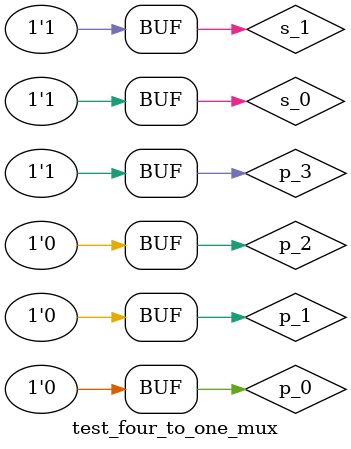
<source format=v>
`timescale 1ns / 1ps

module test_four_to_one_mux;

	reg p_0;
	reg p_1;
	reg p_2;
	reg p_3;
	
	reg s_0;
	reg s_1;
	
	wire OUT;
	
	four_to_one_mux uut(
		.p_0(p_0),
		.p_1(p_1),
		.p_2(p_2),
		.p_3(p_3),
		.s_0(s_0),
		.s_1(s_1),
		.OUT(OUT)
	);
	
	initial begin 
		//select port 0
		s_0 = 1'b0;
		s_1 = 1'b0;
		
		//to make it clear which port was being selected by the MUX, I made the
		//selected port different from the others. I will only have two test cases
		//for each selected port
		p_0 = 1'b0;
		p_1 = 1'b1;
		p_2 = 1'b1;
		p_3 = 1'b1;
		
		//global reset secondary case of select port 0
		#10
		p_0 = 1'b1;
		p_1 = 1'b0;
		p_2 = 1'b0;
		p_3 = 1'b0;
		
		//select port 1
		#10
		s_0 = 1'b0;
		s_1 = 1'b1;
		
		p_0 = 1'b1;
		p_1 = 1'b0;
		p_2 = 1'b1;
		p_3 = 1'b1;
		
		//global reset secondary case of select port 1
		#10		
		p_0 = 1'b0;
		p_1 = 1'b1;
		p_2 = 1'b0;
		p_3 = 1'b0;
		
		//select port 2
		#10
		s_0 = 1'b1;
		s_1 = 1'b0;
		
		p_0 = 1'b1;
		p_1 = 1'b1;
		p_2 = 1'b0;
		p_3 = 1'b1;
		
		//global reset secondary case of select port 2
		#10
		p_0 = 1'b0;
		p_1 = 1'b0;
		p_2 = 1'b1;
		p_3 = 1'b0;
		
		//select port 3
		#10 
		s_0 = 1'b1;
		s_1 = 1'b1;
		
		p_0 = 1'b1;
		p_1 = 1'b1;
		p_2 = 1'b1;
		p_3 = 1'b0;
		
		//global reset secondary case of select port 3
		#10
		p_0 = 1'b0;
		p_1 = 1'b0;
		p_2 = 1'b0;
		p_3 = 1'b1;
		
		end 
endmodule 
</source>
